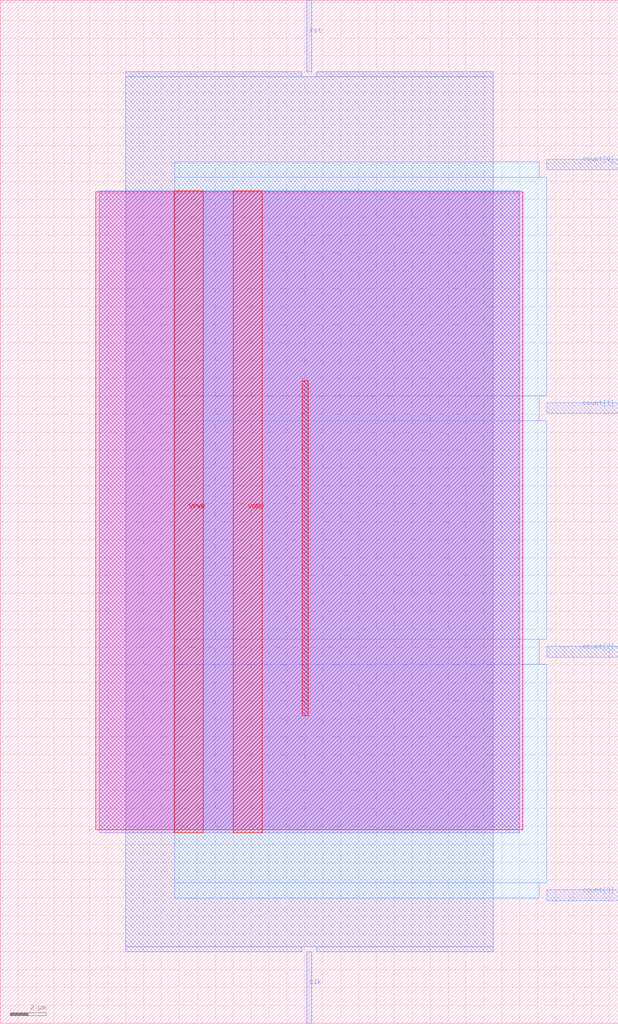
<source format=lef>
VERSION 5.7 ;
  NOWIREEXTENSIONATPIN ON ;
  DIVIDERCHAR "/" ;
  BUSBITCHARS "[]" ;
MACRO counter
  CLASS BLOCK ;
  FOREIGN counter ;
  ORIGIN 0.000 0.000 ;
  SIZE 34.500 BY 57.120 ;
  PIN VGND
    DIRECTION INOUT ;
    USE GROUND ;
    PORT
      LAYER met4 ;
        RECT 13.020 10.640 14.620 46.480 ;
    END
  END VGND
  PIN VPWR
    DIRECTION INOUT ;
    USE POWER ;
    PORT
      LAYER met4 ;
        RECT 9.720 10.640 11.320 46.480 ;
    END
  END VPWR
  PIN clk
    DIRECTION INPUT ;
    USE SIGNAL ;
    ANTENNAGATEAREA 0.852000 ;
    PORT
      LAYER met2 ;
        RECT 17.110 0.000 17.390 4.000 ;
    END
  END clk
  PIN count[0]
    DIRECTION OUTPUT ;
    USE SIGNAL ;
    ANTENNADIFFAREA 0.340600 ;
    PORT
      LAYER met3 ;
        RECT 30.500 47.640 34.500 48.240 ;
    END
  END count[0]
  PIN count[1]
    DIRECTION OUTPUT ;
    USE SIGNAL ;
    ANTENNADIFFAREA 0.340600 ;
    PORT
      LAYER met3 ;
        RECT 30.500 34.040 34.500 34.640 ;
    END
  END count[1]
  PIN count[2]
    DIRECTION OUTPUT ;
    USE SIGNAL ;
    ANTENNADIFFAREA 0.340600 ;
    PORT
      LAYER met3 ;
        RECT 30.500 20.440 34.500 21.040 ;
    END
  END count[2]
  PIN count[3]
    DIRECTION OUTPUT ;
    USE SIGNAL ;
    ANTENNADIFFAREA 0.340600 ;
    PORT
      LAYER met3 ;
        RECT 30.500 6.840 34.500 7.440 ;
    END
  END count[3]
  PIN rst
    DIRECTION INPUT ;
    USE SIGNAL ;
    ANTENNAGATEAREA 0.196500 ;
    PORT
      LAYER met2 ;
        RECT 17.110 53.120 17.390 57.120 ;
    END
  END rst
  OBS
      LAYER nwell ;
        RECT 5.330 10.795 29.170 46.430 ;
      LAYER li1 ;
        RECT 5.520 10.795 28.980 46.325 ;
      LAYER met1 ;
        RECT 5.520 10.640 28.980 46.480 ;
      LAYER met2 ;
        RECT 7.000 52.840 16.830 53.120 ;
        RECT 17.670 52.840 27.510 53.120 ;
        RECT 7.000 4.280 27.510 52.840 ;
        RECT 7.000 4.000 16.830 4.280 ;
        RECT 17.670 4.000 27.510 4.280 ;
      LAYER met3 ;
        RECT 9.730 47.240 30.100 48.105 ;
        RECT 9.730 35.040 30.500 47.240 ;
        RECT 9.730 33.640 30.100 35.040 ;
        RECT 9.730 21.440 30.500 33.640 ;
        RECT 9.730 20.040 30.100 21.440 ;
        RECT 9.730 7.840 30.500 20.040 ;
        RECT 9.730 6.975 30.100 7.840 ;
      LAYER met4 ;
        RECT 16.855 17.175 17.185 35.865 ;
  END
END counter
END LIBRARY


</source>
